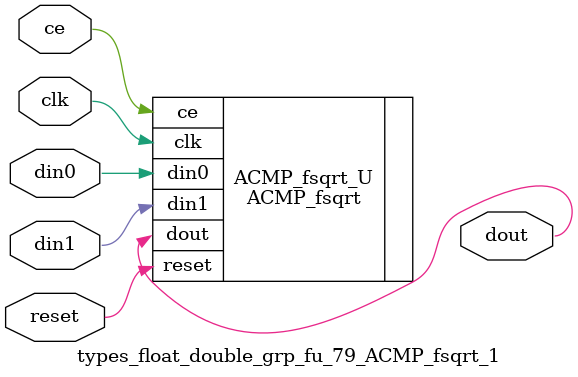
<source format=v>

`timescale 1 ns / 1 ps
module types_float_double_grp_fu_79_ACMP_fsqrt_1(
    clk,
    reset,
    ce,
    din0,
    din1,
    dout);

parameter ID = 32'd1;
parameter NUM_STAGE = 32'd1;
parameter din0_WIDTH = 32'd1;
parameter din1_WIDTH = 32'd1;
parameter dout_WIDTH = 32'd1;
input clk;
input reset;
input ce;
input[din0_WIDTH - 1:0] din0;
input[din1_WIDTH - 1:0] din1;
output[dout_WIDTH - 1:0] dout;



ACMP_fsqrt #(
.ID( ID ),
.NUM_STAGE( 30 ),
.din0_WIDTH( din0_WIDTH ),
.din1_WIDTH( din1_WIDTH ),
.dout_WIDTH( dout_WIDTH ))
ACMP_fsqrt_U(
    .clk( clk ),
    .reset( reset ),
    .ce( ce ),
    .din0( din0 ),
    .din1( din1 ),
    .dout( dout ));

endmodule

</source>
